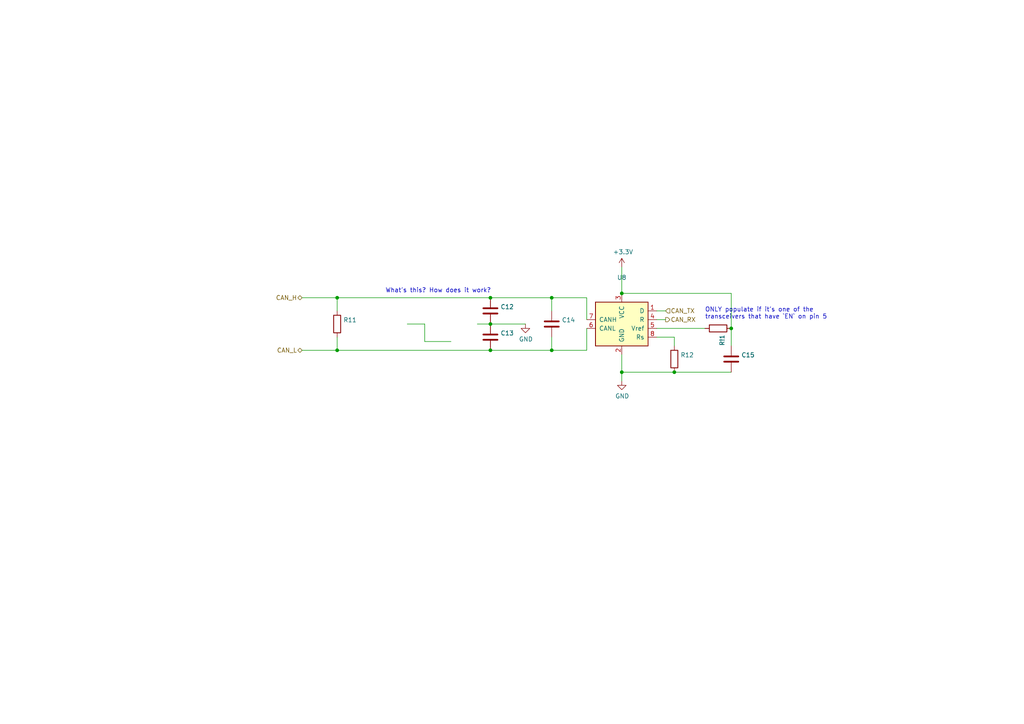
<source format=kicad_sch>
(kicad_sch (version 20211123) (generator eeschema)
  (paper "A4")
  (title_block (title "SDCL - CAN") (date "2021-12-16") (rev "v1.0") (company "FaSTTUBe - Formula Student Team TU Berlin") (comment 1 "Car 113") (comment 2 "EBS Electronics") (comment 3 "CAN Bus input/output stage"))
  (lib_symbols
    (symbol "Device:C" (pin_numbers hide) (pin_names (offset 0.254))
      (property "Reference" "C" (at 0.635 2.54 0))
      (property "Value" "C" (at 0.635 -2.54 0))
      (symbol "C_0_1"
        (polyline (pts (xy -2.032 -0.762) (xy 2.032 -0.762)) (stroke (width 0.508)))
        (polyline (pts (xy -2.032 0.762) (xy 2.032 0.762)) (stroke (width 0.508)))
      )
      (symbol "C_1_1"
        (pin passive line (at 0 3.81 270) (length 2.794) (name "~") (number "1"))
        (pin passive line (at 0 -3.81 90) (length 2.794) (name "~") (number "2"))
      )
    )
    (symbol "Device:R" (pin_numbers hide) (pin_names (offset 0))
      (property "Reference" "R" (at 2.032 0 90))
      (property "Value" "R" (at 0 0 90))
      (symbol "R_0_1"
        (rectangle (start -1.016 -2.54) (end 1.016 2.54) (stroke (width 0.254)))
      )
      (symbol "R_1_1"
        (pin passive line (at 0 3.81 270) (length 1.27) (name "~") (number "1"))
        (pin passive line (at 0 -3.81 90) (length 1.27) (name "~") (number "2"))
      )
    )
    (symbol "Interface_CAN_LIN:SN65HVD231" (pin_names (offset 1.016))
      (property "Reference" "U" (at -2.54 10.16 0))
      (property "Value" "SN65HVD231" (at -2.54 7.62 0))
      (symbol "SN65HVD231_0_1"
        (rectangle (start -7.62 5.08) (end 7.62 -7.62) (stroke (width 0.254)) (fill (type background)))
      )
      (symbol "SN65HVD231_1_1"
        (pin input line (at -10.16 2.54 0) (length 2.54) (name "D") (number "1"))
        (pin power_in line (at 0 -10.16 90) (length 2.54) (name "GND") (number "2"))
        (pin power_in line (at 0 7.62 270) (length 2.54) (name "VCC") (number "3"))
        (pin output line (at -10.16 0 0) (length 2.54) (name "R") (number "4"))
        (pin output line (at -10.16 -2.54 0) (length 2.54) (name "Vref") (number "5"))
        (pin bidirectional line (at 10.16 -2.54 180) (length 2.54) (name "CANL") (number "6"))
        (pin bidirectional line (at 10.16 0 180) (length 2.54) (name "CANH") (number "7"))
        (pin input line (at -10.16 -5.08 0) (length 2.54) (name "Rs") (number "8"))
      )
    )
    (symbol "power:+3.3V" (power) (pin_names (offset 0))
      (property "Value" "+3.3V" (at 0 3.556 0))
      (symbol "+3.3V_0_1"
        (polyline (pts (xy -0.762 1.27) (xy 0 2.54)))
        (polyline (pts (xy 0 0) (xy 0 2.54)))
        (polyline (pts (xy 0 2.54) (xy 0.762 1.27)))
      )
      (symbol "+3.3V_1_1"
        (pin power_in line (at 0 0 90) (length 0) hide (name "+3.3V") (number "1"))
      )
    )
    (symbol "power:GND" (power) (pin_names (offset 0))
      (property "Value" "GND" (at 0 -3.81 0))
      (symbol "GND_0_1"
        (polyline (pts (xy 0 0) (xy 0 -1.27) (xy 1.27 -1.27) (xy 0 -2.54) (xy -1.27 -1.27) (xy 0 -1.27)))
      )
      (symbol "GND_1_1"
        (pin power_in line (at 0 0 270) (length 0) hide (name "GND") (number "1"))
      )
    )
  )
  (junction (at 142.24 93.98))
  (junction (at 180.34 85.09))
  (junction (at 97.79 86.36))
  (junction (at 180.34 107.95))
  (junction (at 195.58 107.95))
  (junction (at 212.09 95.25))
  (junction (at 142.24 86.36))
  (junction (at 97.79 101.6))
  (junction (at 142.24 101.6))
  (junction (at 160.02 101.6))
  (junction (at 160.02 86.36))
  (wire (pts (xy 97.79 101.6) (xy 142.24 101.6)))
  (wire (pts (xy 180.34 107.95) (xy 180.34 110.49)))
  (wire (pts (xy 180.34 102.87) (xy 180.34 107.95)))
  (wire (pts (xy 97.79 86.36) (xy 97.79 90.17)))
  (wire (pts (xy 204.47 95.25) (xy 190.5 95.25)))
  (wire (pts (xy 97.79 86.36) (xy 87.63 86.36)))
  (wire (pts (xy 97.79 86.36) (xy 142.24 86.36)))
  (wire (pts (xy 190.5 97.79) (xy 195.58 97.79)))
  (wire (pts (xy 180.34 77.47) (xy 180.34 85.09)))
  (wire (pts (xy 160.02 86.36) (xy 170.18 86.36)))
  (wire (pts (xy 123.19 99.06) (xy 130.81 99.06)))
  (wire (pts (xy 212.09 85.09) (xy 180.34 85.09)))
  (wire (pts (xy 212.09 107.95) (xy 195.58 107.95)))
  (wire (pts (xy 160.02 101.6) (xy 170.18 101.6)))
  (wire (pts (xy 212.09 85.09) (xy 212.09 95.25)))
  (wire (pts (xy 123.19 93.98) (xy 123.19 99.06)))
  (wire (pts (xy 142.24 101.6) (xy 160.02 101.6)))
  (wire (pts (xy 97.79 101.6) (xy 97.79 97.79)))
  (wire (pts (xy 87.63 101.6) (xy 97.79 101.6)))
  (wire (pts (xy 193.04 92.71) (xy 190.5 92.71)))
  (wire (pts (xy 138.43 93.98) (xy 142.24 93.98)))
  (wire (pts (xy 193.04 90.17) (xy 190.5 90.17)))
  (wire (pts (xy 170.18 95.25) (xy 170.18 101.6)))
  (wire (pts (xy 170.18 86.36) (xy 170.18 92.71)))
  (wire (pts (xy 152.4 93.98) (xy 142.24 93.98)))
  (wire (pts (xy 195.58 97.79) (xy 195.58 100.33)))
  (wire (pts (xy 160.02 101.6) (xy 160.02 97.79)))
  (wire (pts (xy 180.34 107.95) (xy 195.58 107.95)))
  (wire (pts (xy 160.02 86.36) (xy 160.02 90.17)))
  (wire (pts (xy 118.11 93.98) (xy 123.19 93.98)))
  (wire (pts (xy 142.24 86.36) (xy 160.02 86.36)))
  (wire (pts (xy 212.09 95.25) (xy 212.09 100.33)))
  (text "ONLY populate if it's one of the\ntransceivers that have `EN` on pin 5" (at 204.47 92.71 0) (effects (font (size 1.27 1.27)) (justify left bottom)))
  (text "What's this? How does it work?" (at 111.76 85.09 0) (effects (font (size 1.27 1.27)) (justify left bottom)))
  (hierarchical_label "CAN_L" (shape bidirectional) (at 87.63 101.6 180))
  (hierarchical_label "CAN_H" (shape bidirectional) (at 87.63 86.36 180))
  (hierarchical_label "CAN_RX" (shape output) (at 193.04 92.71 0))
  (hierarchical_label "CAN_TX" (shape input) (at 193.04 90.17 0))
  (symbol (lib_id "Device:R") (at 195.58 104.14 0) (unit 1)
    (property "Reference" "R12" (at 197.358 102.9716 0) (effects (justify left)))
  )
  (symbol (lib_id "Device:R") (at 97.79 93.98 0) (unit 1)
    (property "Reference" "R11" (at 99.568 92.8116 0) (effects (justify left)))
  )
  (symbol (lib_id "Device:C") (at 160.02 93.98 0) (unit 1)
    (property "Reference" "C14" (at 162.941 92.8116 0) (effects (justify left)))
  )
  (symbol (lib_id "Device:C") (at 212.09 104.14 0) (unit 1)
    (property "Reference" "C15" (at 215.011 102.9716 0) (effects (justify left)))
  )
  (symbol (lib_id "Device:C") (at 142.24 90.17 0) (unit 1)
    (property "Reference" "C12" (at 145.161 89.0016 0) (effects (justify left)))
  )
  (symbol (lib_id "Device:C") (at 142.24 97.79 0) (unit 1)
    (property "Reference" "C13" (at 145.161 96.6216 0) (effects (justify left)))
  )
  (symbol (lib_id "Device:D_Zener_x2_ACom_KKA") (at 113.03 93.98 90) (unit 1)
    (property "Reference" "D2" (at 107.5436 93.98 0))
  )
  (symbol (lib_id "Device:D_Zener_x2_ACom_KKA") (at 130.81 93.98 0) (unit 1)
    (property "Reference" "D3" (at 130.81 88.4936 0))
  )
  (symbol (lib_id "power:GND") (at 152.4 93.98 0) (unit 1)
    (property "Reference" "#PWR0142" (effects hide))
  )
  (symbol (lib_id "power:GND") (at 180.34 110.49 0) (unit 1)
    (property "Reference" "#PWR0143" (effects hide))
  )
  (symbol (lib_id "power:+3.3V") (at 180.34 77.47 0) (unit 1)
    (property "Reference" "#PWR0156" (effects hide))
  )
  (symbol (lib_id "Device:R") (at 208.28 95.25 270) (unit 1)
    (property "Reference" "R!1" (at 209.4484 97.028 0) (effects (justify left)))
  )
  (symbol (lib_id "Interface_CAN_LIN:SN65HVD231") (at 180.34 92.71 0) (mirror y) (unit 1)
    (property "Reference" "U8" (at 180.34 80.4926 0))
    (property "Datasheet" "http://www.ti.com/lit/ds/symlink/sn65hvd230.pdf" (effects hide))
  )
)
</source>
